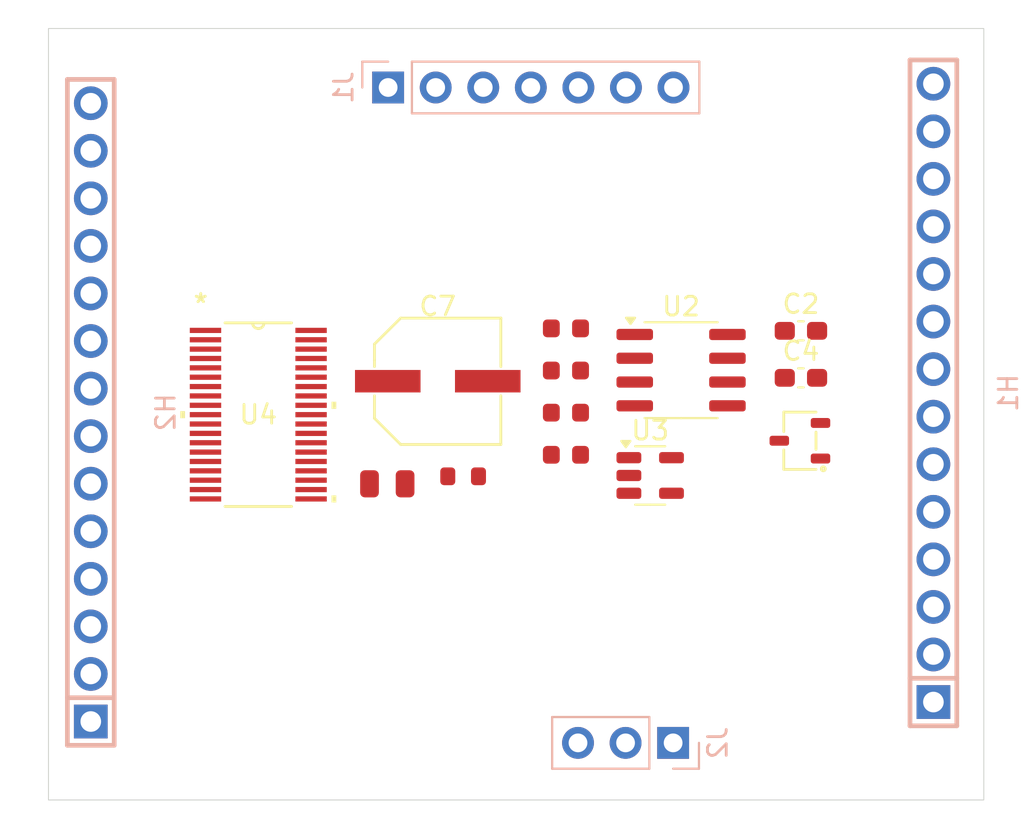
<source format=kicad_pcb>
(kicad_pcb (version 20241229) (generator "pcbnew") (generator_version "9.0")
  (layers (0 "F.Cu" signal) (2 "B.Cu" signal) (13 "F.Paste" user) (15 "B.Paste" user) (5 "F.SilkS" user "F.Silkscreen") (7 "B.SilkS" user "B.Silkscreen") (1 "F.Mask" user) (3 "B.Mask" user) (25 "Edge.Cuts" user))
  (net 0 "")
  (net 1 "CANL")
  (net 2 "CANH")
  (net 4 "GND")
  (net 7 "+3.3V")
  (net 8 "+2.5V")
  (net 11 "3.3V")
  (net 12 "CAN1RX")
  (net 13 "CAN1TX")
  (net 14 "ADC3")
  (net 15 "ADC1")
  (net 16 "+5V")
  (net 17 "ADC0")
  (net 18 "ADC6")
  (net 19 "ADC8")
  (net 20 "ADC4")
  (net 21 "ADC7")
  (net 22 "ADC9")
  (net 23 "ADC2")
  (net 24 "ADC5")
  (net 25 "ADC10")
  (net 26 "ADC11")
  (net 27 "MISO")
  (net 28 "SCLK")
  (net 29 "CS")
  (net 30 "MOSI")
  (net 36 "Net-(U4-AINP)")
  (net 43 "LORA_RX")
  (net 44 "LORA_TX")
  (footprint "PCM_JLCPCB:C_0603" (layer "F.Cu") (at 177.875 96.115)
    (property "Reference" "C9" (hide yes))
    (property "Value" "1uF")
    (pad "1" smd roundrect (at -0.78 0) (size 0.9 0.95) (layers "F.Cu" "F.Mask" "F.Paste") (net 7 "+3.3V"))
    (pad "2" smd roundrect (at 0.78 0) (size 0.9 0.95) (layers "F.Cu" "F.Mask" "F.Paste") (net 4 "GND"))
  )
  (footprint "Package_SO:SOIC-8_3.9x4.9mm_P1.27mm" (layer "F.Cu") (at 184.025 96.095)
    (property "Reference" "U2" (at 0 -3.4 0) (layer "F.SilkS"))
    (property "Value" "SN65HVD230DR")
    (fp_line (start 0 -2.56) (end -1.95 -2.56) (stroke (width 0.12)) (layer "F.SilkS"))
    (fp_line (start 0 -2.56) (end 1.95 -2.56) (stroke (width 0.12)) (layer "F.SilkS"))
    (fp_line (start 0 2.56) (end -1.95 2.56) (stroke (width 0.12)) (layer "F.SilkS"))
    (fp_line (start 0 2.56) (end 1.95 2.56) (stroke (width 0.12)) (layer "F.SilkS"))
    (fp_poly (pts (xy -2.7 -2.465) (xy -2.94 -2.795) (xy -2.46 -2.795)) (stroke (width 0.12)) (fill yes) (layer "F.SilkS"))
    (pad "1" smd roundrect (at -2.475 -1.905) (size 1.95 0.6) (layers "F.Cu" "F.Mask" "F.Paste") (net 13 "CAN1TX"))
    (pad "2" smd roundrect (at -2.475 -0.635) (size 1.95 0.6) (layers "F.Cu" "F.Mask" "F.Paste") (net 4 "GND"))
    (pad "3" smd roundrect (at -2.475 0.635) (size 1.95 0.6) (layers "F.Cu" "F.Mask" "F.Paste") (net 11 "3.3V"))
    (pad "4" smd roundrect (at -2.475 1.905) (size 1.95 0.6) (layers "F.Cu" "F.Mask" "F.Paste") (net 12 "CAN1RX"))
    (pad "5" smd roundrect (at 2.475 1.905) (size 1.95 0.6) (layers "F.Cu" "F.Mask" "F.Paste"))
    (pad "6" smd roundrect (at 2.475 0.635) (size 1.95 0.6) (layers "F.Cu" "F.Mask" "F.Paste") (net 1 "CANL"))
    (pad "7" smd roundrect (at 2.475 -0.635) (size 1.95 0.6) (layers "F.Cu" "F.Mask" "F.Paste") (net 2 "CANH"))
    (pad "8" smd roundrect (at 2.475 -1.905) (size 1.95 0.6) (layers "F.Cu" "F.Mask" "F.Paste") (net 4 "GND"))
  )
  (footprint "PCM_JLCPCB:R_0603" (layer "F.Cu") (at 172.385 101.765)
    (property "Reference" "R5" (hide yes))
    (property "Value" "120Ω")
    (pad "1" smd roundrect (at -0.82 0) (size 0.8 0.95) (layers "F.Cu" "F.Mask" "F.Paste") (net 1 "CANL"))
    (pad "2" smd roundrect (at 0.82 0) (size 0.8 0.95) (layers "F.Cu" "F.Mask" "F.Paste") (net 2 "CANH"))
  )
  (footprint "PCM_JLCPCB:C_0603" (layer "F.Cu") (at 177.875 98.365)
    (property "Reference" "C10" (hide yes))
    (property "Value" "1uF")
    (pad "1" smd roundrect (at -0.78 0) (size 0.9 0.95) (layers "F.Cu" "F.Mask" "F.Paste") (net 16 "+5V"))
    (pad "2" smd roundrect (at 0.78 0) (size 0.9 0.95) (layers "F.Cu" "F.Mask" "F.Paste") (net 4 "GND"))
  )
  (footprint "PCM_JLCPCB:C_0805" (layer "F.Cu") (at 168.335 102.165)
    (property "Reference" "C5" (hide yes))
    (property "Value" "10uF")
    (pad "1" smd roundrect (at -0.95 0) (size 1 1.45) (layers "F.Cu" "F.Mask" "F.Paste") (net 8 "+2.5V"))
    (pad "2" smd roundrect (at 0.95 0) (size 1 1.45) (layers "F.Cu" "F.Mask" "F.Paste") (net 4 "GND"))
  )
  (footprint "PCM_JLCPCB:SOT-23-3_L3.0-W1.7-P0.95-LS2.9-BR" (layer "F.Cu") (at 190.37 99.865)
    (property "Reference" "D2" (hide yes))
    (property "Value" "PSM712-LF-T7")
    (fp_line (start -0.86 -1.53) (end -0.86 -0.49) (stroke (width 0.15)) (layer "F.SilkS"))
    (fp_line (start -0.86 1.53) (end -0.86 0.49) (stroke (width 0.15)) (layer "F.SilkS"))
    (fp_line (start 0.86 -1.53) (end -0.86 -1.53) (stroke (width 0.15)) (layer "F.SilkS"))
    (fp_line (start 0.86 -0.46) (end 0.86 0.46) (stroke (width 0.15)) (layer "F.SilkS"))
    (fp_line (start 0.86 1.53) (end -0.86 1.53) (stroke (width 0.15)) (layer "F.SilkS"))
    (fp_circle (center 1.25 1.5) (end 1.28 1.5) (stroke (width 0.15)) (fill no) (layer "F.SilkS"))
    (pad "1" smd roundrect (at 1.1 0.95) (size 1.04 0.53) (layers "F.Cu" "F.Mask" "F.Paste") (net 2 "CANH"))
    (pad "2" smd roundrect (at 1.1 -0.95) (size 1.04 0.53) (layers "F.Cu" "F.Mask" "F.Paste") (net 1 "CANL"))
    (pad "3" smd roundrect (at -1.1 0) (size 1.04 0.53) (layers "F.Cu" "F.Mask" "F.Paste") (net 11 "3.3V"))
  )
  (footprint "ADS7953:DBT38" (layer "F.Cu") (at 161.4456 98.4724)
    (property "Reference" "U4" (at 0 0 0) (layer "F.SilkS"))
    (property "Value" "ADS7953SDBTR")
    (fp_line (start -1.776724 4.9022) (end 1.776728 4.9022) (stroke (width 0.1524)) (layer "F.SilkS"))
    (fp_line (start 1.776724 -4.9022) (end -1.776728 -4.9022) (stroke (width 0.1524)) (layer "F.SilkS"))
    (fp_arc (start 0.3048 -4.9022) (mid 0 -4.5974) (end -0.3048 -4.9022) (stroke (width 0.1524)) (layer "F.SilkS"))
    (fp_poly (pts (xy -4.1656 -0.1905) (xy -4.1656 0.1905) (xy -3.9116 0.1905) (xy -3.9116 -0.1905)) (fill yes) (layer "F.SilkS"))
    (fp_poly (pts (xy 4.1656 -0.690502) (xy 4.1656 -0.309502) (xy 3.9116 -0.309502) (xy 3.9116 -0.690502)) (fill yes) (layer "F.SilkS"))
    (fp_poly (pts (xy 4.1656 4.309499) (xy 4.1656 4.690499) (xy 3.9116 4.690499) (xy 3.9116 4.309499)) (fill yes) (layer "F.SilkS"))
    (fp_text user "*" (at -3.0734 -5.9224 0) (layer "F.SilkS"))
    (fp_text user "*" (at -3.0734 -5.9224 0) (layer "F.SilkS"))
    (pad "1" smd rect (at -2.8194 -4.499999) (size 1.6764 0.2794) (layers "F.Cu" "F.Mask" "F.Paste"))
    (pad "2" smd rect (at -2.8194 -4) (size 1.6764 0.2794) (layers "F.Cu" "F.Mask" "F.Paste"))
    (pad "3" smd rect (at -2.8194 -3.500001) (size 1.6764 0.2794) (layers "F.Cu" "F.Mask" "F.Paste") (net 4 "GND"))
    (pad "4" smd rect (at -2.8194 -2.999999) (size 1.6764 0.2794) (layers "F.Cu" "F.Mask" "F.Paste") (net 8 "+2.5V"))
    (pad "5" smd rect (at -2.8194 -2.5) (size 1.6764 0.2794) (layers "F.Cu" "F.Mask" "F.Paste") (net 16 "+5V"))
    (pad "6" smd rect (at -2.8194 -2.000001) (size 1.6764 0.2794) (layers "F.Cu" "F.Mask" "F.Paste") (net 4 "GND"))
    (pad "7" smd rect (at -2.8194 -1.5) (size 1.6764 0.2794) (layers "F.Cu" "F.Mask" "F.Paste") (net 36 "Net-(U4-AINP)"))
    (pad "8" smd rect (at -2.8194 -1.000001) (size 1.6764 0.2794) (layers "F.Cu" "F.Mask" "F.Paste") (net 36 "Net-(U4-AINP)"))
    (pad "9" smd rect (at -2.8194 -0.499999) (size 1.6764 0.2794) (layers "F.Cu" "F.Mask" "F.Paste") (net 4 "GND"))
    (pad "10" smd rect (at -2.8194 0) (size 1.6764 0.2794) (layers "F.Cu" "F.Mask" "F.Paste") (net 4 "GND"))
    (pad "11" smd rect (at -2.8194 0.499999) (size 1.6764 0.2794) (layers "F.Cu" "F.Mask" "F.Paste"))
    (pad "12" smd rect (at -2.8194 1.000001) (size 1.6764 0.2794) (layers "F.Cu" "F.Mask" "F.Paste"))
    (pad "13" smd rect (at -2.8194 1.5) (size 1.6764 0.2794) (layers "F.Cu" "F.Mask" "F.Paste"))
    (pad "14" smd rect (at -2.8194 2.000001) (size 1.6764 0.2794) (layers "F.Cu" "F.Mask" "F.Paste"))
    (pad "15" smd rect (at -2.8194 2.5) (size 1.6764 0.2794) (layers "F.Cu" "F.Mask" "F.Paste") (net 26 "ADC11"))
    (pad "16" smd rect (at -2.8194 2.999999) (size 1.6764 0.2794) (layers "F.Cu" "F.Mask" "F.Paste") (net 25 "ADC10"))
    (pad "17" smd rect (at -2.8194 3.500001) (size 1.6764 0.2794) (layers "F.Cu" "F.Mask" "F.Paste") (net 22 "ADC9"))
    (pad "18" smd rect (at -2.8194 4) (size 1.6764 0.2794) (layers "F.Cu" "F.Mask" "F.Paste") (net 19 "ADC8"))
    (pad "19" smd rect (at -2.8194 4.500001) (size 1.6764 0.2794) (layers "F.Cu" "F.Mask" "F.Paste") (net 4 "GND"))
    (pad "20" smd rect (at 2.8194 4.499999) (size 1.6764 0.2794) (layers "F.Cu" "F.Mask" "F.Paste") (net 4 "GND"))
    (pad "21" smd rect (at 2.8194 4) (size 1.6764 0.2794) (layers "F.Cu" "F.Mask" "F.Paste") (net 21 "ADC7"))
    (pad "22" smd rect (at 2.8194 3.500001) (size 1.6764 0.2794) (layers "F.Cu" "F.Mask" "F.Paste") (net 18 "ADC6"))
    (pad "23" smd rect (at 2.8194 2.999999) (size 1.6764 0.2794) (layers "F.Cu" "F.Mask" "F.Paste") (net 24 "ADC5"))
    (pad "24" smd rect (at 2.8194 2.5) (size 1.6764 0.2794) (layers "F.Cu" "F.Mask" "F.Paste") (net 20 "ADC4"))
    (pad "25" smd rect (at 2.8194 1.999999) (size 1.6764 0.2794) (layers "F.Cu" "F.Mask" "F.Paste") (net 14 "ADC3"))
    (pad "26" smd rect (at 2.8194 1.5) (size 1.6764 0.2794) (layers "F.Cu" "F.Mask" "F.Paste") (net 23 "ADC2"))
    (pad "27" smd rect (at 2.8194 1.000001) (size 1.6764 0.2794) (layers "F.Cu" "F.Mask" "F.Paste") (net 15 "ADC1"))
    (pad "28" smd rect (at 2.8194 0.499999) (size 1.6764 0.2794) (layers "F.Cu" "F.Mask" "F.Paste") (net 17 "ADC0"))
    (pad "29" smd rect (at 2.8194 0) (size 1.6764 0.2794) (layers "F.Cu" "F.Mask" "F.Paste") (net 16 "+5V"))
    (pad "30" smd rect (at 2.8194 -0.500002) (size 1.6764 0.2794) (layers "F.Cu" "F.Mask" "F.Paste") (net 4 "GND"))
    (pad "31" smd rect (at 2.8194 -1.000001) (size 1.6764 0.2794) (layers "F.Cu" "F.Mask" "F.Paste") (net 29 "CS"))
    (pad "32" smd rect (at 2.8194 -1.5) (size 1.6764 0.2794) (layers "F.Cu" "F.Mask" "F.Paste") (net 28 "SCLK"))
    (pad "33" smd rect (at 2.8194 -2.000001) (size 1.6764 0.2794) (layers "F.Cu" "F.Mask" "F.Paste") (net 30 "MOSI"))
    (pad "34" smd rect (at 2.8194 -2.5) (size 1.6764 0.2794) (layers "F.Cu" "F.Mask" "F.Paste") (net 27 "MISO"))
    (pad "35" smd rect (at 2.8194 -2.999999) (size 1.6764 0.2794) (layers "F.Cu" "F.Mask" "F.Paste") (net 4 "GND"))
    (pad "36" smd rect (at 2.8194 -3.500001) (size 1.6764 0.2794) (layers "F.Cu" "F.Mask" "F.Paste") (net 7 "+3.3V"))
    (pad "37" smd rect (at 2.8194 -4) (size 1.6764 0.2794) (layers "F.Cu" "F.Mask" "F.Paste"))
    (pad "38" smd rect (at 2.8194 -4.500001) (size 1.6764 0.2794) (layers "F.Cu" "F.Mask" "F.Paste"))
  )
  (footprint "Capacitor_SMD:C_0603_1608Metric_Pad1.08x0.95mm_HandSolder" (layer "F.Cu") (at 190.425 96.505)
    (property "Reference" "C4" (at 0 -1.43 0) (layer "F.SilkS"))
    (property "Value" "1uF")
    (fp_line (start -0.146267 -0.51) (end 0.146267 -0.51) (stroke (width 0.12)) (layer "F.SilkS"))
    (fp_line (start -0.146267 0.51) (end 0.146267 0.51) (stroke (width 0.12)) (layer "F.SilkS"))
    (pad "1" smd roundrect (at -0.8625 0) (size 1.075 0.95) (layers "F.Cu" "F.Mask" "F.Paste") (net 8 "+2.5V"))
    (pad "2" smd roundrect (at 0.8625 0) (size 1.075 0.95) (layers "F.Cu" "F.Mask" "F.Paste") (net 4 "GND"))
  )
  (footprint "easyeda2kicad:CAP-SMD_BD6.3-L6.6-W6.6-LS7.6-FD-1" (layer "F.Cu") (at 171.03 96.685)
    (property "Reference" "C7" (at 0 -4 0) (layer "F.SilkS"))
    (property "Value" "RVE100UF35V67RV0072")
    (fp_line (start -3.38 -1.98) (end -3.38 -1.12) (stroke (width 0.15)) (layer "F.SilkS"))
    (fp_line (start -3.38 -1.12) (end -3.38 -0.78) (stroke (width 0.15)) (layer "F.SilkS"))
    (fp_line (start -3.38 0.78) (end -3.38 1.98) (stroke (width 0.15)) (layer "F.SilkS"))
    (fp_line (start -1.98 -3.37) (end -3.38 -1.98) (stroke (width 0.15)) (layer "F.SilkS"))
    (fp_line (start -1.98 3.38) (end -3.38 1.98) (stroke (width 0.15)) (layer "F.SilkS"))
    (fp_line (start 3.37 -3.37) (end -1.98 -3.37) (stroke (width 0.15)) (layer "F.SilkS"))
    (fp_line (start 3.37 -3.37) (end 3.37 -0.78) (stroke (width 0.15)) (layer "F.SilkS"))
    (fp_line (start 3.37 0.78) (end 3.37 3.38) (stroke (width 0.15)) (layer "F.SilkS"))
    (fp_line (start 3.37 3.38) (end -1.98 3.38) (stroke (width 0.15)) (layer "F.SilkS"))
    (pad "1" smd rect (at -2.67 0) (size 3.5 1.2) (layers "F.Cu" "F.Mask" "F.Paste") (net 16 "+5V"))
    (pad "2" smd rect (at 2.67 0) (size 3.5 1.2) (layers "F.Cu" "F.Mask" "F.Paste") (net 4 "GND"))
  )
  (footprint "PCM_JLCPCB:C_0603" (layer "F.Cu") (at 177.875 93.865)
    (property "Reference" "C8" (hide yes))
    (property "Value" "100nF")
    (pad "1" smd roundrect (at -0.78 0) (size 0.9 0.95) (layers "F.Cu" "F.Mask" "F.Paste") (net 16 "+5V"))
    (pad "2" smd roundrect (at 0.78 0) (size 0.9 0.95) (layers "F.Cu" "F.Mask" "F.Paste") (net 4 "GND"))
  )
  (footprint "Capacitor_SMD:C_0603_1608Metric_Pad1.08x0.95mm_HandSolder" (layer "F.Cu") (at 190.425 93.995)
    (property "Reference" "C2" (at 0 -1.43 0) (layer "F.SilkS"))
    (property "Value" "1uF")
    (fp_line (start -0.146267 -0.51) (end 0.146267 -0.51) (stroke (width 0.12)) (layer "F.SilkS"))
    (fp_line (start -0.146267 0.51) (end 0.146267 0.51) (stroke (width 0.12)) (layer "F.SilkS"))
    (pad "1" smd roundrect (at -0.8625 0) (size 1.075 0.95) (layers "F.Cu" "F.Mask" "F.Paste") (net 7 "+3.3V"))
    (pad "2" smd roundrect (at 0.8625 0) (size 1.075 0.95) (layers "F.Cu" "F.Mask" "F.Paste") (net 4 "GND"))
  )
  (footprint "Package_TO_SOT_SMD:SOT-23-5" (layer "F.Cu") (at 182.375 101.72)
    (property "Reference" "U3" (at 0 -2.4 0) (layer "F.SilkS"))
    (property "Value" "LP5907MFX-2.5")
    (fp_line (start 0 -1.56) (end -0.8 -1.56) (stroke (width 0.12)) (layer "F.SilkS"))
    (fp_line (start 0 -1.56) (end 0.8 -1.56) (stroke (width 0.12)) (layer "F.SilkS"))
    (fp_line (start 0 1.56) (end -0.8 1.56) (stroke (width 0.12)) (layer "F.SilkS"))
    (fp_line (start 0 1.56) (end 0.8 1.56) (stroke (width 0.12)) (layer "F.SilkS"))
    (fp_poly (pts (xy -1.3 -1.51) (xy -1.54 -1.84) (xy -1.06 -1.84)) (stroke (width 0.12)) (fill yes) (layer "F.SilkS"))
    (pad "1" smd roundrect (at -1.1375 -0.95) (size 1.325 0.6) (layers "F.Cu" "F.Mask" "F.Paste") (net 7 "+3.3V"))
    (pad "2" smd roundrect (at -1.1375 0) (size 1.325 0.6) (layers "F.Cu" "F.Mask" "F.Paste") (net 4 "GND"))
    (pad "3" smd roundrect (at -1.1375 0.95) (size 1.325 0.6) (layers "F.Cu" "F.Mask" "F.Paste") (net 7 "+3.3V"))
    (pad "4" smd roundrect (at 1.1375 0.95) (size 1.325 0.6) (layers "F.Cu" "F.Mask" "F.Paste"))
    (pad "5" smd roundrect (at 1.1375 -0.95) (size 1.325 0.6) (layers "F.Cu" "F.Mask" "F.Paste") (net 8 "+2.5V"))
  )
  (footprint "PCM_JLCPCB:C_0603" (layer "F.Cu") (at 177.875 100.615)
    (property "Reference" "C11" (hide yes))
    (property "Value" "100nF")
    (pad "1" smd roundrect (at -0.78 0) (size 0.9 0.95) (layers "F.Cu" "F.Mask" "F.Paste") (net 11 "3.3V"))
    (pad "2" smd roundrect (at 0.78 0) (size 0.9 0.95) (layers "F.Cu" "F.Mask" "F.Paste") (net 4 "GND"))
  )
  (footprint "Connector_PinHeader_2.54mm:PinHeader_1x07_P2.54mm_Vertical" (layer "B.Cu") (at 168.38 81 -90)
    (property "Reference" "J1" (at 0 2.38 90) (layer "B.SilkS") (effects (justify mirror)))
    (property "Value" "Conn_01x07")
    (fp_line (start -1.38 1.38) (end 0 1.38) (stroke (width 0.12)) (layer "B.SilkS"))
    (fp_line (start -1.38 0) (end -1.38 1.38) (stroke (width 0.12)) (layer "B.SilkS"))
    (fp_line (start -1.38 -1.27) (end 1.38 -1.27) (stroke (width 0.12)) (layer "B.SilkS"))
    (fp_line (start -1.38 -1.27) (end -1.38 -16.62) (stroke (width 0.12)) (layer "B.SilkS"))
    (fp_line (start 1.38 -1.27) (end 1.38 -16.62) (stroke (width 0.12)) (layer "B.SilkS"))
    (fp_line (start -1.38 -16.62) (end 1.38 -16.62) (stroke (width 0.12)) (layer "B.SilkS"))
    (pad "1" thru_hole rect (at 0 0 270) (size 1.7 1.7) (drill 1) (layers "*.Cu" "*.Mask"))
    (pad "2" thru_hole circle (at 0 -2.54 270) (size 1.7 1.7) (drill 1) (layers "*.Cu" "*.Mask"))
    (pad "3" thru_hole circle (at 0 -5.08 270) (size 1.7 1.7) (drill 1) (layers "*.Cu" "*.Mask") (net 43 "LORA_RX"))
    (pad "4" thru_hole circle (at 0 -7.62 270) (size 1.7 1.7) (drill 1) (layers "*.Cu" "*.Mask") (net 44 "LORA_TX"))
    (pad "5" thru_hole circle (at 0 -10.16 270) (size 1.7 1.7) (drill 1) (layers "*.Cu" "*.Mask"))
    (pad "6" thru_hole circle (at 0 -12.7 270) (size 1.7 1.7) (drill 1) (layers "*.Cu" "*.Mask") (net 16 "+5V"))
    (pad "7" thru_hole circle (at 0 -15.24 270) (size 1.7 1.7) (drill 1) (layers "*.Cu" "*.Mask") (net 4 "GND"))
  )
  (footprint "Connector_PinHeader_2.54mm:PinHeader_1x03_P2.54mm_Vertical" (layer "B.Cu") (at 183.6 116 90)
    (property "Reference" "J2" (at 0 2.38 90) (layer "B.SilkS") (effects (justify mirror)))
    (property "Value" "Conn_01x03")
    (fp_line (start -1.38 -6.46) (end 1.38 -6.46) (stroke (width 0.12)) (layer "B.SilkS"))
    (fp_line (start 1.38 -1.27) (end 1.38 -6.46) (stroke (width 0.12)) (layer "B.SilkS"))
    (fp_line (start -1.38 -1.27) (end -1.38 -6.46) (stroke (width 0.12)) (layer "B.SilkS"))
    (fp_line (start -1.38 -1.27) (end 1.38 -1.27) (stroke (width 0.12)) (layer "B.SilkS"))
    (fp_line (start -1.38 0) (end -1.38 1.38) (stroke (width 0.12)) (layer "B.SilkS"))
    (fp_line (start -1.38 1.38) (end 0 1.38) (stroke (width 0.12)) (layer "B.SilkS"))
    (pad "1" thru_hole rect (at 0 0 90) (size 1.7 1.7) (drill 1) (layers "*.Cu" "*.Mask") (net 4 "GND"))
    (pad "2" thru_hole circle (at 0 -2.54 90) (size 1.7 1.7) (drill 1) (layers "*.Cu" "*.Mask") (net 4 "GND"))
    (pad "3" thru_hole circle (at 0 -5.08 90) (size 1.7 1.7) (drill 1) (layers "*.Cu" "*.Mask") (net 4 "GND"))
  )
  (footprint "easyeda2kicad:HDR-TH_14P-P2.54-V-M" (layer "B.Cu") (at 152.5 98.35 90)
    (property "Reference" "H2" (at 0 4 90) (layer "B.SilkS") (effects (justify mirror)))
    (property "Value" "PZ254-1-14-Z-8.5")
    (fp_line (start 17.78 -1.25) (end 17.78 1.25) (stroke (width 0.25)) (layer "B.SilkS"))
    (fp_line (start -17.78 -1.25) (end 17.78 -1.25) (stroke (width 0.25)) (layer "B.SilkS"))
    (fp_line (start 17.78 1.25) (end -17.78 1.25) (stroke (width 0.25)) (layer "B.SilkS"))
    (fp_line (start -15.24 1.25) (end -15.24 -1.25) (stroke (width 0.25)) (layer "B.SilkS"))
    (fp_line (start -17.78 1.25) (end -17.78 -1.25) (stroke (width 0.25)) (layer "B.SilkS"))
    (pad "1" thru_hole rect (at -16.51 0 90) (size 1.8 1.8) (drill 1.100023) (layers "*.Cu" "*.Mask") (net 16 "+5V"))
    (pad "2" thru_hole circle (at -13.97 0 90) (size 1.8 1.8) (drill 1.100023) (layers "*.Cu" "*.Mask") (net 7 "+3.3V"))
    (pad "3" thru_hole circle (at -11.43 0 90) (size 1.8 1.8) (drill 1.100023) (layers "*.Cu" "*.Mask") (net 4 "GND"))
    (pad "4" thru_hole circle (at -8.89 0 90) (size 1.8 1.8) (drill 1.100023) (layers "*.Cu" "*.Mask"))
    (pad "5" thru_hole circle (at -6.35 0 90) (size 1.8 1.8) (drill 1.100023) (layers "*.Cu" "*.Mask") (net 17 "ADC0"))
    (pad "6" thru_hole circle (at -3.81 0 90) (size 1.8 1.8) (drill 1.100023) (layers "*.Cu" "*.Mask") (net 15 "ADC1"))
    (pad "7" thru_hole circle (at -1.27 0 90) (size 1.8 1.8) (drill 1.100023) (layers "*.Cu" "*.Mask") (net 23 "ADC2"))
    (pad "8" thru_hole circle (at 1.27 0 90) (size 1.8 1.8) (drill 1.100023) (layers "*.Cu" "*.Mask") (net 14 "ADC3"))
    (pad "9" thru_hole circle (at 3.81 0 90) (size 1.8 1.8) (drill 1.100023) (layers "*.Cu" "*.Mask") (net 20 "ADC4"))
    (pad "10" thru_hole circle (at 6.35 0 90) (size 1.8 1.8) (drill 1.100023) (layers "*.Cu" "*.Mask") (net 24 "ADC5"))
    (pad "11" thru_hole circle (at 8.89 0 90) (size 1.8 1.8) (drill 1.100023) (layers "*.Cu" "*.Mask") (net 18 "ADC6"))
    (pad "12" thru_hole circle (at 11.43 0 90) (size 1.8 1.8) (drill 1.100023) (layers "*.Cu" "*.Mask"))
    (pad "13" thru_hole circle (at 13.97 0 90) (size 1.8 1.8) (drill 1.100023) (layers "*.Cu" "*.Mask") (net 43 "LORA_RX"))
    (pad "14" thru_hole circle (at 16.51 0 90) (size 1.8 1.8) (drill 1.100023) (layers "*.Cu" "*.Mask") (net 44 "LORA_TX"))
  )
  (footprint "easyeda2kicad:HDR-TH_14P-P2.54-V-M" (layer "B.Cu") (at 197.5 97.31 90)
    (property "Reference" "H1" (at 0 4 90) (layer "B.SilkS") (effects (justify mirror)))
    (property "Value" "PZ254-1-14-Z-8.5")
    (fp_line (start 17.78 -1.25) (end 17.78 1.25) (stroke (width 0.25)) (layer "B.SilkS"))
    (fp_line (start -17.78 -1.25) (end 17.78 -1.25) (stroke (width 0.25)) (layer "B.SilkS"))
    (fp_line (start 17.78 1.25) (end -17.78 1.25) (stroke (width 0.25)) (layer "B.SilkS"))
    (fp_line (start -15.24 1.25) (end -15.24 -1.25) (stroke (width 0.25)) (layer "B.SilkS"))
    (fp_line (start -17.78 1.25) (end -17.78 -1.25) (stroke (width 0.25)) (layer "B.SilkS"))
    (pad "1" thru_hole rect (at -16.51 0 90) (size 1.8 1.8) (drill 1.100023) (layers "*.Cu" "*.Mask") (net 13 "CAN1TX"))
    (pad "2" thru_hole circle (at -13.97 0 90) (size 1.8 1.8) (drill 1.100023) (layers "*.Cu" "*.Mask") (net 12 "CAN1RX"))
    (pad "3" thru_hole circle (at -11.43 0 90) (size 1.8 1.8) (drill 1.100023) (layers "*.Cu" "*.Mask") (net 2 "CANH"))
    (pad "4" thru_hole circle (at -8.89 0 90) (size 1.8 1.8) (drill 1.100023) (layers "*.Cu" "*.Mask") (net 1 "CANL"))
    (pad "5" thru_hole circle (at -6.35 0 90) (size 1.8 1.8) (drill 1.100023) (layers "*.Cu" "*.Mask") (net 27 "MISO"))
    (pad "6" thru_hole circle (at -3.81 0 90) (size 1.8 1.8) (drill 1.100023) (layers "*.Cu" "*.Mask") (net 30 "MOSI"))
    (pad "7" thru_hole circle (at -1.27 0 90) (size 1.8 1.8) (drill 1.100023) (layers "*.Cu" "*.Mask") (net 28 "SCLK"))
    (pad "8" thru_hole circle (at 1.27 0 90) (size 1.8 1.8) (drill 1.100023) (layers "*.Cu" "*.Mask") (net 29 "CS"))
    (pad "9" thru_hole circle (at 3.81 0 90) (size 1.8 1.8) (drill 1.100023) (layers "*.Cu" "*.Mask") (net 21 "ADC7"))
    (pad "10" thru_hole circle (at 6.35 0 90) (size 1.8 1.8) (drill 1.100023) (layers "*.Cu" "*.Mask") (net 19 "ADC8"))
    (pad "11" thru_hole circle (at 8.89 0 90) (size 1.8 1.8) (drill 1.100023) (layers "*.Cu" "*.Mask") (net 22 "ADC9"))
    (pad "12" thru_hole circle (at 11.43 0 90) (size 1.8 1.8) (drill 1.100023) (layers "*.Cu" "*.Mask") (net 25 "ADC10"))
    (pad "13" thru_hole circle (at 13.97 0 90) (size 1.8 1.8) (drill 1.100023) (layers "*.Cu" "*.Mask") (net 26 "ADC11"))
    (pad "14" thru_hole circle (at 16.51 0 90) (size 1.8 1.8) (drill 1.100023) (layers "*.Cu" "*.Mask"))
  )
  (gr_rect (start 150.24 77.85) (end 200.19 119.05) (stroke (width 0.05)) (fill no) (layer "Edge.Cuts"))
)
</source>
